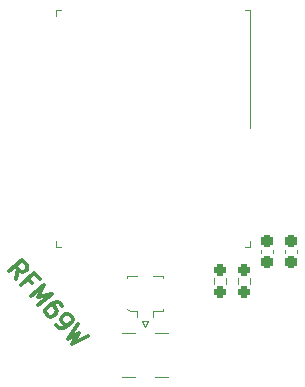
<source format=gto>
G04 #@! TF.GenerationSoftware,KiCad,Pcbnew,6.0.7+dfsg-1build1*
G04 #@! TF.CreationDate,2022-12-04T12:15:17+01:00*
G04 #@! TF.ProjectId,rfm69w,72666d36-3977-42e6-9b69-6361645f7063,1*
G04 #@! TF.SameCoordinates,Original*
G04 #@! TF.FileFunction,Legend,Top*
G04 #@! TF.FilePolarity,Positive*
%FSLAX46Y46*%
G04 Gerber Fmt 4.6, Leading zero omitted, Abs format (unit mm)*
G04 Created by KiCad (PCBNEW 6.0.7+dfsg-1build1) date 2022-12-04 12:15:17*
%MOMM*%
%LPD*%
G01*
G04 APERTURE LIST*
G04 Aperture macros list*
%AMRoundRect*
0 Rectangle with rounded corners*
0 $1 Rounding radius*
0 $2 $3 $4 $5 $6 $7 $8 $9 X,Y pos of 4 corners*
0 Add a 4 corners polygon primitive as box body*
4,1,4,$2,$3,$4,$5,$6,$7,$8,$9,$2,$3,0*
0 Add four circle primitives for the rounded corners*
1,1,$1+$1,$2,$3*
1,1,$1+$1,$4,$5*
1,1,$1+$1,$6,$7*
1,1,$1+$1,$8,$9*
0 Add four rect primitives between the rounded corners*
20,1,$1+$1,$2,$3,$4,$5,0*
20,1,$1+$1,$4,$5,$6,$7,0*
20,1,$1+$1,$6,$7,$8,$9,0*
20,1,$1+$1,$8,$9,$2,$3,0*%
G04 Aperture macros list end*
%ADD10C,0.300000*%
%ADD11C,0.120000*%
%ADD12C,0.100000*%
%ADD13RoundRect,0.237500X0.237500X-0.300000X0.237500X0.300000X-0.237500X0.300000X-0.237500X-0.300000X0*%
%ADD14R,1.270000X3.600000*%
%ADD15R,1.350000X4.200000*%
%ADD16R,1.000000X2.500000*%
%ADD17RoundRect,0.237500X0.237500X-0.250000X0.237500X0.250000X-0.237500X0.250000X-0.237500X-0.250000X0*%
%ADD18R,1.000000X1.000000*%
%ADD19R,1.050000X2.200000*%
%ADD20R,1.700000X1.700000*%
%ADD21O,1.700000X1.700000*%
G04 APERTURE END LIST*
D10*
X89398822Y-68648468D02*
X89609871Y-67802500D01*
X88836486Y-68001575D02*
X89968550Y-67017486D01*
X90343441Y-67448749D01*
X90383256Y-67603426D01*
X90376209Y-67704195D01*
X90315255Y-67851825D01*
X90153532Y-67992409D01*
X89998855Y-68032224D01*
X89898085Y-68025178D01*
X89750455Y-67964224D01*
X89375564Y-67532961D01*
X90741590Y-68995519D02*
X90413560Y-68618164D01*
X89820574Y-69133639D02*
X90952639Y-68149550D01*
X91421252Y-68688629D01*
X90664079Y-70103980D02*
X91796143Y-69119891D01*
X91315555Y-70200166D01*
X92452202Y-69874601D01*
X91320138Y-70858689D01*
X93342568Y-70898850D02*
X93155122Y-70683218D01*
X93007492Y-70622264D01*
X92906723Y-70615217D01*
X92651276Y-70647986D01*
X92388784Y-70781523D01*
X91957521Y-71156414D01*
X91896567Y-71304045D01*
X91889520Y-71404814D01*
X91929335Y-71559491D01*
X92116781Y-71775122D01*
X92264411Y-71836077D01*
X92365181Y-71843123D01*
X92519858Y-71803308D01*
X92789397Y-71569002D01*
X92850351Y-71421371D01*
X92857397Y-71320602D01*
X92817583Y-71165925D01*
X92630137Y-70950293D01*
X92482507Y-70889339D01*
X92381737Y-70882293D01*
X92227060Y-70922108D01*
X92772840Y-72529832D02*
X92960285Y-72745463D01*
X93107916Y-72806418D01*
X93208685Y-72813464D01*
X93464131Y-72780696D01*
X93726624Y-72647158D01*
X94157886Y-72272267D01*
X94218841Y-72124637D01*
X94225887Y-72023867D01*
X94186072Y-71869190D01*
X93998627Y-71653559D01*
X93850996Y-71592605D01*
X93750227Y-71585558D01*
X93595550Y-71625373D01*
X93326011Y-71859680D01*
X93265057Y-72007311D01*
X93258010Y-72108080D01*
X93297825Y-72262757D01*
X93485271Y-72478388D01*
X93632901Y-72539342D01*
X93733670Y-72546389D01*
X93888347Y-72506574D01*
X94701547Y-72462177D02*
X93803790Y-73715804D01*
X94799853Y-73228515D01*
X94178681Y-74147067D01*
X95545052Y-73432517D01*
D11*
X113220000Y-66461267D02*
X113220000Y-66168733D01*
X112200000Y-66461267D02*
X112200000Y-66168733D01*
X101205000Y-73240000D02*
X102315000Y-73240000D01*
X98415000Y-73240000D02*
X99525000Y-73240000D01*
X100365000Y-72690000D02*
X100615000Y-72190000D01*
X100615000Y-72190000D02*
X100115000Y-72190000D01*
X100115000Y-72190000D02*
X100365000Y-72690000D01*
X101205000Y-76950000D02*
X102315000Y-76950000D01*
X98415000Y-76950000D02*
X99525000Y-76950000D01*
D12*
X109200000Y-45850000D02*
X108800000Y-45850000D01*
X93200000Y-65950000D02*
X92800000Y-65950000D01*
X109200000Y-45850000D02*
X109200000Y-55850000D01*
X92800000Y-65450000D02*
X92800000Y-65950000D01*
X92800000Y-45850000D02*
X92800000Y-46350000D01*
X93200000Y-45850000D02*
X92800000Y-45850000D01*
X109200000Y-65450000D02*
X109200000Y-65950000D01*
X109200000Y-65950000D02*
X108800000Y-65950000D01*
D11*
X108187500Y-69052224D02*
X108187500Y-68542776D01*
X109232500Y-69052224D02*
X109232500Y-68542776D01*
X111220000Y-66461267D02*
X111220000Y-66168733D01*
X110200000Y-66461267D02*
X110200000Y-66168733D01*
X106187500Y-69069724D02*
X106187500Y-68560276D01*
X107232500Y-69069724D02*
X107232500Y-68560276D01*
X101865000Y-68370000D02*
X101865000Y-68570000D01*
X99665000Y-71370000D02*
X99665000Y-71870000D01*
X101065000Y-68370000D02*
X101865000Y-68370000D01*
X101865000Y-71370000D02*
X101065000Y-71370000D01*
X99665000Y-71370000D02*
X99065000Y-71370000D01*
X101865000Y-71170000D02*
X101865000Y-71370000D01*
X101065000Y-71370000D02*
X101065000Y-71870000D01*
X98865000Y-68370000D02*
X99665000Y-68370000D01*
X99065000Y-71370000D02*
X98865000Y-71170000D01*
X98865000Y-68570000D02*
X98865000Y-68370000D01*
%LPC*%
D13*
X112710000Y-67177500D03*
X112710000Y-65452500D03*
D14*
X100365000Y-75150000D03*
D15*
X97540000Y-74950000D03*
X103190000Y-74950000D03*
D16*
X108000000Y-46800000D03*
X106000000Y-46800000D03*
X104000000Y-46800000D03*
X102000000Y-46800000D03*
X100000000Y-46800000D03*
X98000000Y-46800000D03*
X96000000Y-46800000D03*
X94000000Y-46800000D03*
X94000000Y-65000000D03*
X96000000Y-65000000D03*
X98000000Y-65000000D03*
X100000000Y-65000000D03*
X102000000Y-65000000D03*
X104000000Y-65000000D03*
X106000000Y-65000000D03*
X108000000Y-65000000D03*
D17*
X108710000Y-69710000D03*
X108710000Y-67885000D03*
D13*
X110710000Y-67177500D03*
X110710000Y-65452500D03*
D17*
X106710000Y-69727500D03*
X106710000Y-67902500D03*
D18*
X100365000Y-71370000D03*
D19*
X98890000Y-69870000D03*
D18*
X100365000Y-68370000D03*
D19*
X101840000Y-69870000D03*
D20*
X112430000Y-62215000D03*
D21*
X112430000Y-59675000D03*
X112430000Y-57135000D03*
X112430000Y-54595000D03*
X112430000Y-52055000D03*
X112430000Y-49515000D03*
X112430000Y-46975000D03*
D20*
X89570000Y-62215000D03*
D21*
X89570000Y-59675000D03*
X89570000Y-57135000D03*
X89570000Y-54595000D03*
X89570000Y-52055000D03*
X89570000Y-49515000D03*
X89570000Y-46975000D03*
M02*

</source>
